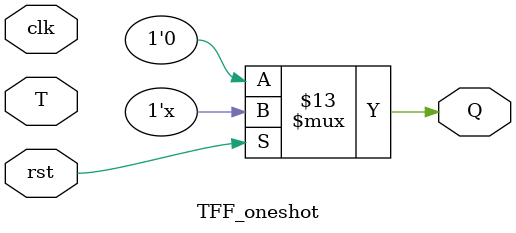
<source format=v>
`timescale 1ns / 1ps


module TFF_oneshot(clk, rst, T, Q);

input T, clk, rst;
reg T_reg, T_trig;
output reg Q;

always @(*) begin
if(!rst) begin
Q <= 1'b0;
T_reg <= 1'b0;
T_trig <= 1'b0;
end

else begin
T_reg <= T;
T_trig <= T & ~T_reg;
end

if(T_trig)
Q <= ~Q;
end
endmodule

</source>
